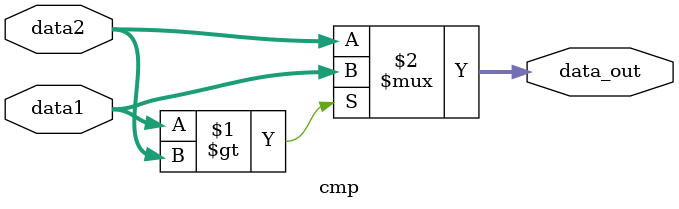
<source format=v>
module cmp #(
    parameter DW=8
) (
    input  [DW-1 : 0] data1,
    input  [DW-1 : 0] data2,
    output [DW-1 : 0] data_out
);
    
assign data_out = (data1>data2)? data1 : data2;

endmodule
</source>
